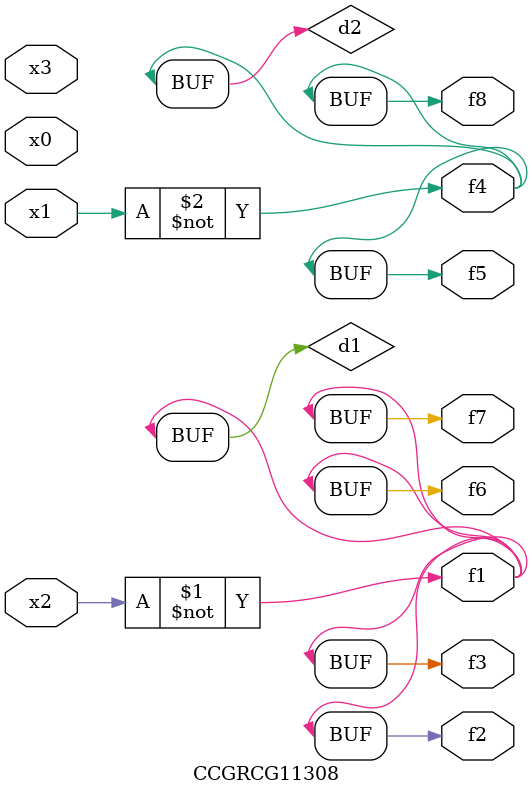
<source format=v>
module CCGRCG11308(
	input x0, x1, x2, x3,
	output f1, f2, f3, f4, f5, f6, f7, f8
);

	wire d1, d2;

	xnor (d1, x2);
	not (d2, x1);
	assign f1 = d1;
	assign f2 = d1;
	assign f3 = d1;
	assign f4 = d2;
	assign f5 = d2;
	assign f6 = d1;
	assign f7 = d1;
	assign f8 = d2;
endmodule

</source>
